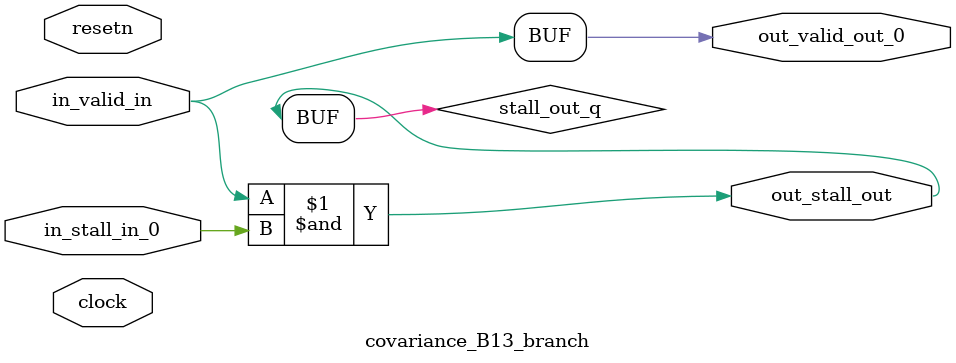
<source format=sv>



(* altera_attribute = "-name AUTO_SHIFT_REGISTER_RECOGNITION OFF; -name MESSAGE_DISABLE 10036; -name MESSAGE_DISABLE 10037; -name MESSAGE_DISABLE 14130; -name MESSAGE_DISABLE 14320; -name MESSAGE_DISABLE 15400; -name MESSAGE_DISABLE 14130; -name MESSAGE_DISABLE 10036; -name MESSAGE_DISABLE 12020; -name MESSAGE_DISABLE 12030; -name MESSAGE_DISABLE 12010; -name MESSAGE_DISABLE 12110; -name MESSAGE_DISABLE 14320; -name MESSAGE_DISABLE 13410; -name MESSAGE_DISABLE 113007; -name MESSAGE_DISABLE 10958" *)
module covariance_B13_branch (
    input wire [0:0] in_stall_in_0,
    input wire [0:0] in_valid_in,
    output wire [0:0] out_stall_out,
    output wire [0:0] out_valid_out_0,
    input wire clock,
    input wire resetn
    );

    wire [0:0] stall_out_q;
    reg [0:0] rst_sync_rst_sclrn;


    // stall_out(LOGICAL,6)
    assign stall_out_q = in_valid_in & in_stall_in_0;

    // out_stall_out(GPOUT,4)
    assign out_stall_out = stall_out_q;

    // out_valid_out_0(GPOUT,5)
    assign out_valid_out_0 = in_valid_in;

    // rst_sync(RESETSYNC,7)
    acl_reset_handler #(
        .ASYNC_RESET(0),
        .USE_SYNCHRONIZER(1),
        .PULSE_EXTENSION(0),
        .PIPE_DEPTH(3),
        .DUPLICATE(1)
    ) therst_sync (
        .clk(clock),
        .i_resetn(resetn),
        .o_sclrn(rst_sync_rst_sclrn)
    );

endmodule

</source>
